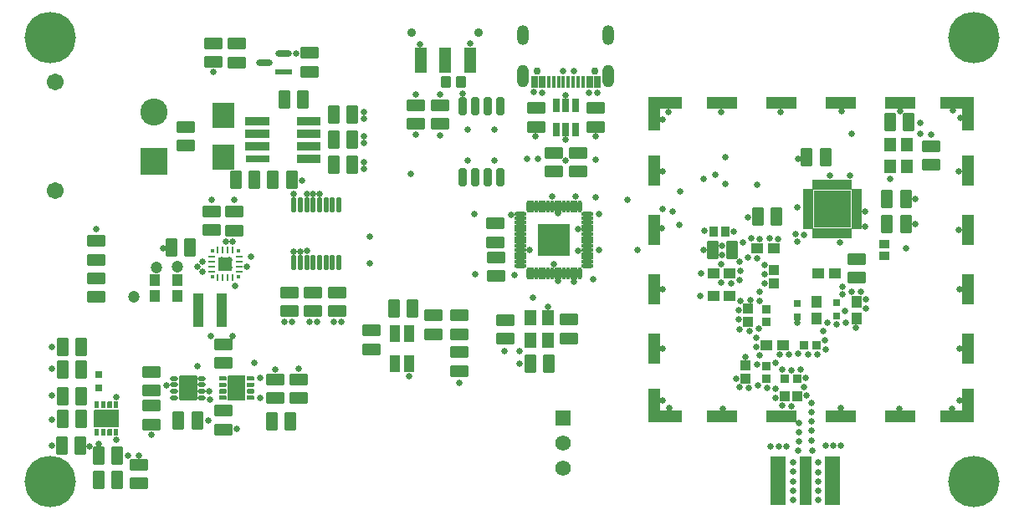
<source format=gts>
G04*
G04 #@! TF.GenerationSoftware,Altium Limited,Altium Designer,25.4.2 (15)*
G04*
G04 Layer_Color=8388736*
%FSLAX44Y44*%
%MOMM*%
G71*
G04*
G04 #@! TF.SameCoordinates,69983CE8-C732-48D4-ACAD-208037422C18*
G04*
G04*
G04 #@! TF.FilePolarity,Negative*
G04*
G01*
G75*
%ADD21R,1.6000X5.0000*%
%ADD22R,1.2000X5.0000*%
%ADD27R,1.0121X1.1587*%
%ADD28R,1.2061X1.0582*%
%ADD29R,0.7000X0.6500*%
%ADD30R,1.1587X1.0121*%
%ADD33R,0.8061X0.8582*%
%ADD36R,0.8582X0.8061*%
%ADD38R,1.4500X1.4500*%
%ADD39R,0.3750X0.3750*%
%ADD40R,0.2500X0.7000*%
%ADD41R,0.7000X0.2500*%
%ADD42R,1.1062X1.3051*%
G04:AMPARAMS|DCode=43|XSize=1.6587mm|YSize=0.6268mm|CornerRadius=0.3134mm|HoleSize=0mm|Usage=FLASHONLY|Rotation=180.000|XOffset=0mm|YOffset=0mm|HoleType=Round|Shape=RoundedRectangle|*
%AMROUNDEDRECTD43*
21,1,1.6587,0.0000,0,0,180.0*
21,1,1.0319,0.6268,0,0,180.0*
1,1,0.6268,-0.5159,0.0000*
1,1,0.6268,0.5159,0.0000*
1,1,0.6268,0.5159,0.0000*
1,1,0.6268,-0.5159,0.0000*
%
%ADD43ROUNDEDRECTD43*%
%ADD44R,1.6587X0.6268*%
%ADD45R,1.2000X1.4000*%
G04:AMPARAMS|DCode=51|XSize=1.5mm|YSize=0.45mm|CornerRadius=0.0495mm|HoleSize=0mm|Usage=FLASHONLY|Rotation=270.000|XOffset=0mm|YOffset=0mm|HoleType=Round|Shape=RoundedRectangle|*
%AMROUNDEDRECTD51*
21,1,1.5000,0.3510,0,0,270.0*
21,1,1.4010,0.4500,0,0,270.0*
1,1,0.0990,-0.1755,-0.7005*
1,1,0.0990,-0.1755,0.7005*
1,1,0.0990,0.1755,0.7005*
1,1,0.0990,0.1755,-0.7005*
%
%ADD51ROUNDEDRECTD51*%
%ADD55R,2.3000X2.5000*%
%ADD56R,0.9800X3.4000*%
%ADD65R,1.2000X2.5000*%
G04:AMPARAMS|DCode=67|XSize=1.8532mm|YSize=2.6032mm|CornerRadius=0.1511mm|HoleSize=0mm|Usage=FLASHONLY|Rotation=0.000|XOffset=0mm|YOffset=0mm|HoleType=Round|Shape=RoundedRectangle|*
%AMROUNDEDRECTD67*
21,1,1.8532,2.3010,0,0,0.0*
21,1,1.5510,2.6032,0,0,0.0*
1,1,0.3022,0.7755,-1.1505*
1,1,0.3022,-0.7755,-1.1505*
1,1,0.3022,-0.7755,1.1505*
1,1,0.3022,0.7755,1.1505*
%
%ADD67ROUNDEDRECTD67*%
G04:AMPARAMS|DCode=68|XSize=0.5032mm|YSize=0.8032mm|CornerRadius=0.1511mm|HoleSize=0mm|Usage=FLASHONLY|Rotation=90.000|XOffset=0mm|YOffset=0mm|HoleType=Round|Shape=RoundedRectangle|*
%AMROUNDEDRECTD68*
21,1,0.5032,0.5010,0,0,90.0*
21,1,0.2010,0.8032,0,0,90.0*
1,1,0.3022,0.2505,0.1005*
1,1,0.3022,0.2505,-0.1005*
1,1,0.3022,-0.2505,-0.1005*
1,1,0.3022,-0.2505,0.1005*
%
%ADD68ROUNDEDRECTD68*%
%ADD69R,1.2032X3.1032*%
%ADD70R,1.2032X3.5032*%
%ADD71R,3.5032X1.2032*%
%ADD72R,3.1032X1.2032*%
%ADD73R,0.5032X1.0532*%
G04:AMPARAMS|DCode=74|XSize=1.2032mm|YSize=1.9032mm|CornerRadius=0.2266mm|HoleSize=0mm|Usage=FLASHONLY|Rotation=0.000|XOffset=0mm|YOffset=0mm|HoleType=Round|Shape=RoundedRectangle|*
%AMROUNDEDRECTD74*
21,1,1.2032,1.4500,0,0,0.0*
21,1,0.7500,1.9032,0,0,0.0*
1,1,0.4532,0.3750,-0.7250*
1,1,0.4532,-0.3750,-0.7250*
1,1,0.4532,-0.3750,0.7250*
1,1,0.4532,0.3750,0.7250*
%
%ADD74ROUNDEDRECTD74*%
%ADD75R,1.0532X1.1032*%
%ADD76R,1.1032X1.0532*%
G04:AMPARAMS|DCode=77|XSize=1.2032mm|YSize=1.9032mm|CornerRadius=0.2266mm|HoleSize=0mm|Usage=FLASHONLY|Rotation=270.000|XOffset=0mm|YOffset=0mm|HoleType=Round|Shape=RoundedRectangle|*
%AMROUNDEDRECTD77*
21,1,1.2032,1.4500,0,0,270.0*
21,1,0.7500,1.9032,0,0,270.0*
1,1,0.4532,-0.7250,-0.3750*
1,1,0.4532,-0.7250,0.3750*
1,1,0.4532,0.7250,0.3750*
1,1,0.4532,0.7250,-0.3750*
%
%ADD77ROUNDEDRECTD77*%
G04:AMPARAMS|DCode=78|XSize=1.0032mm|YSize=1.2032mm|CornerRadius=0.2016mm|HoleSize=0mm|Usage=FLASHONLY|Rotation=180.000|XOffset=0mm|YOffset=0mm|HoleType=Round|Shape=RoundedRectangle|*
%AMROUNDEDRECTD78*
21,1,1.0032,0.8000,0,0,180.0*
21,1,0.6000,1.2032,0,0,180.0*
1,1,0.4032,-0.3000,0.4000*
1,1,0.4032,0.3000,0.4000*
1,1,0.4032,0.3000,-0.4000*
1,1,0.4032,-0.3000,-0.4000*
%
%ADD78ROUNDEDRECTD78*%
%ADD79R,1.0532X0.9532*%
%ADD80R,0.9532X1.0532*%
%ADD81R,1.0532X0.5032*%
%ADD82R,3.7532X3.7532*%
%ADD83R,2.4032X0.8032*%
G04:AMPARAMS|DCode=84|XSize=1.8132mm|YSize=0.7832mm|CornerRadius=0.1741mm|HoleSize=0mm|Usage=FLASHONLY|Rotation=90.000|XOffset=0mm|YOffset=0mm|HoleType=Round|Shape=RoundedRectangle|*
%AMROUNDEDRECTD84*
21,1,1.8132,0.4350,0,0,90.0*
21,1,1.4650,0.7832,0,0,90.0*
1,1,0.3482,0.2175,0.7325*
1,1,0.3482,0.2175,-0.7325*
1,1,0.3482,-0.2175,-0.7325*
1,1,0.3482,-0.2175,0.7325*
%
%ADD84ROUNDEDRECTD84*%
G04:AMPARAMS|DCode=85|XSize=0.4mm|YSize=1.25mm|CornerRadius=0.0875mm|HoleSize=0mm|Usage=FLASHONLY|Rotation=180.000|XOffset=0mm|YOffset=0mm|HoleType=Round|Shape=RoundedRectangle|*
%AMROUNDEDRECTD85*
21,1,0.4000,1.0750,0,0,180.0*
21,1,0.2250,1.2500,0,0,180.0*
1,1,0.1750,-0.1125,0.5375*
1,1,0.1750,0.1125,0.5375*
1,1,0.1750,0.1125,-0.5375*
1,1,0.1750,-0.1125,-0.5375*
%
%ADD85ROUNDEDRECTD85*%
G04:AMPARAMS|DCode=86|XSize=0.7mm|YSize=1.25mm|CornerRadius=0.125mm|HoleSize=0mm|Usage=FLASHONLY|Rotation=180.000|XOffset=0mm|YOffset=0mm|HoleType=Round|Shape=RoundedRectangle|*
%AMROUNDEDRECTD86*
21,1,0.7000,1.0000,0,0,180.0*
21,1,0.4500,1.2500,0,0,180.0*
1,1,0.2500,-0.2250,0.5000*
1,1,0.2500,0.2250,0.5000*
1,1,0.2500,0.2250,-0.5000*
1,1,0.2500,-0.2250,-0.5000*
%
%ADD86ROUNDEDRECTD86*%
%ADD87R,0.8032X1.4032*%
%ADD88R,1.1032X1.7032*%
%ADD89R,3.3032X3.3032*%
%ADD90O,1.2000X0.5000*%
%ADD91O,0.5000X1.2000*%
%ADD92R,1.2532X1.5032*%
%ADD93R,2.7532X2.7532*%
%ADD94C,2.7532*%
%ADD95C,1.7112*%
%ADD96C,1.5700*%
%ADD97R,1.5700X1.5700*%
%ADD98C,5.2032*%
%ADD99O,1.2032X2.3032*%
%ADD100C,0.7500*%
%ADD101O,1.2032X2.0032*%
%ADD102C,0.9000*%
%ADD103C,0.6532*%
%ADD104C,1.2032*%
%ADD105C,0.7032*%
%ADD106C,0.8032*%
G36*
X298700Y386250D02*
X274700D01*
Y394250D01*
X298700D01*
Y386250D01*
D02*
G37*
G36*
X246700D02*
X222700D01*
Y394250D01*
X246700D01*
Y386250D01*
D02*
G37*
G36*
X298700Y373750D02*
X274700D01*
Y381750D01*
X298700D01*
Y373750D01*
D02*
G37*
G36*
X246700D02*
X222700D01*
Y381750D01*
X246700D01*
Y373750D01*
D02*
G37*
G36*
X298700Y360750D02*
X274700D01*
Y368750D01*
X298700D01*
Y360750D01*
D02*
G37*
G36*
X246700D02*
X222700D01*
Y368750D01*
X246700D01*
Y360750D01*
D02*
G37*
G36*
X298700Y348250D02*
X274700D01*
Y356250D01*
X298700D01*
Y348250D01*
D02*
G37*
G36*
X230380Y131990D02*
X230440D01*
X230500Y131970D01*
X230560Y131960D01*
X230620Y131940D01*
X230680Y131920D01*
X230740Y131900D01*
X230790Y131870D01*
X230850Y131840D01*
X230900Y131810D01*
X230960Y131770D01*
X231010Y131730D01*
X231050Y131690D01*
X231100Y131650D01*
X231140Y131600D01*
X231180Y131560D01*
X231220Y131510D01*
X231260Y131450D01*
X231290Y131400D01*
X231320Y131340D01*
X231350Y131290D01*
X231370Y131230D01*
X231390Y131170D01*
X231410Y131110D01*
X231420Y131050D01*
X231440Y130990D01*
Y130930D01*
X231450Y130860D01*
Y130800D01*
Y128700D01*
Y128640D01*
X231440Y128570D01*
Y128510D01*
X231420Y128450D01*
X231410Y128390D01*
X231390Y128330D01*
X231370Y128270D01*
X231350Y128210D01*
X231320Y128160D01*
X231290Y128100D01*
X231260Y128050D01*
X231220Y127990D01*
X231180Y127940D01*
X231140Y127900D01*
X231100Y127850D01*
X231050Y127810D01*
X231010Y127770D01*
X230960Y127730D01*
X230900Y127690D01*
X230850Y127660D01*
X230790Y127630D01*
X230740Y127600D01*
X230680Y127580D01*
X230620Y127560D01*
X230560Y127540D01*
X230500Y127530D01*
X230440Y127510D01*
X230380D01*
X230310Y127500D01*
X225190D01*
X225120Y127510D01*
X225060D01*
X225000Y127530D01*
X224940Y127540D01*
X224880Y127560D01*
X224820Y127580D01*
X224760Y127600D01*
X224710Y127630D01*
X224650Y127660D01*
X224600Y127690D01*
X224540Y127730D01*
X224490Y127770D01*
X224450Y127810D01*
X224400Y127850D01*
X224360Y127900D01*
X224320Y127940D01*
X224280Y127990D01*
X224240Y128050D01*
X224210Y128100D01*
X224180Y128160D01*
X224150Y128210D01*
X224130Y128270D01*
X224110Y128330D01*
X224090Y128390D01*
X224080Y128450D01*
X224060Y128510D01*
Y128570D01*
X224050Y128640D01*
Y128700D01*
Y130800D01*
Y130860D01*
X224060Y130930D01*
Y130990D01*
X224080Y131050D01*
X224090Y131110D01*
X224110Y131170D01*
X224130Y131230D01*
X224150Y131290D01*
X224180Y131340D01*
X224210Y131400D01*
X224240Y131450D01*
X224280Y131510D01*
X224320Y131560D01*
X224360Y131600D01*
X224400Y131650D01*
X224450Y131690D01*
X224490Y131730D01*
X224540Y131770D01*
X224600Y131810D01*
X224650Y131840D01*
X224710Y131870D01*
X224760Y131900D01*
X224820Y131920D01*
X224880Y131940D01*
X224940Y131960D01*
X225000Y131970D01*
X225060Y131990D01*
X225120D01*
X225190Y132000D01*
X230310D01*
X230380Y131990D01*
D02*
G37*
G36*
X202380D02*
X202440D01*
X202500Y131970D01*
X202560Y131960D01*
X202620Y131940D01*
X202680Y131920D01*
X202740Y131900D01*
X202790Y131870D01*
X202850Y131840D01*
X202900Y131810D01*
X202960Y131770D01*
X203010Y131730D01*
X203050Y131690D01*
X203100Y131650D01*
X203140Y131600D01*
X203180Y131560D01*
X203220Y131510D01*
X203260Y131450D01*
X203290Y131400D01*
X203320Y131340D01*
X203350Y131290D01*
X203370Y131230D01*
X203390Y131170D01*
X203410Y131110D01*
X203420Y131050D01*
X203440Y130990D01*
Y130930D01*
X203450Y130860D01*
Y130800D01*
Y128700D01*
Y128640D01*
X203440Y128570D01*
Y128510D01*
X203420Y128450D01*
X203410Y128390D01*
X203390Y128330D01*
X203370Y128270D01*
X203350Y128210D01*
X203320Y128160D01*
X203290Y128100D01*
X203260Y128050D01*
X203220Y127990D01*
X203180Y127940D01*
X203140Y127900D01*
X203100Y127850D01*
X203050Y127810D01*
X203010Y127770D01*
X202960Y127730D01*
X202900Y127690D01*
X202850Y127660D01*
X202790Y127630D01*
X202740Y127600D01*
X202680Y127580D01*
X202620Y127560D01*
X202560Y127540D01*
X202500Y127530D01*
X202440Y127510D01*
X202380D01*
X202310Y127500D01*
X197190D01*
X197120Y127510D01*
X197060D01*
X197000Y127530D01*
X196940Y127540D01*
X196880Y127560D01*
X196820Y127580D01*
X196760Y127600D01*
X196710Y127630D01*
X196650Y127660D01*
X196600Y127690D01*
X196540Y127730D01*
X196490Y127770D01*
X196450Y127810D01*
X196400Y127850D01*
X196360Y127900D01*
X196320Y127940D01*
X196280Y127990D01*
X196240Y128050D01*
X196210Y128100D01*
X196180Y128160D01*
X196150Y128210D01*
X196130Y128270D01*
X196110Y128330D01*
X196090Y128390D01*
X196080Y128450D01*
X196060Y128510D01*
Y128570D01*
X196050Y128640D01*
Y128700D01*
Y130800D01*
Y130860D01*
X196060Y130930D01*
Y130990D01*
X196080Y131050D01*
X196090Y131110D01*
X196110Y131170D01*
X196130Y131230D01*
X196150Y131290D01*
X196180Y131340D01*
X196210Y131400D01*
X196240Y131450D01*
X196280Y131510D01*
X196320Y131560D01*
X196360Y131600D01*
X196400Y131650D01*
X196450Y131690D01*
X196490Y131730D01*
X196540Y131770D01*
X196600Y131810D01*
X196650Y131840D01*
X196710Y131870D01*
X196760Y131900D01*
X196820Y131920D01*
X196880Y131940D01*
X196940Y131960D01*
X197000Y131970D01*
X197060Y131990D01*
X197120D01*
X197190Y132000D01*
X202310D01*
X202380Y131990D01*
D02*
G37*
G36*
X230380Y125490D02*
X230440D01*
X230500Y125470D01*
X230560Y125460D01*
X230620Y125440D01*
X230680Y125420D01*
X230740Y125400D01*
X230790Y125370D01*
X230850Y125340D01*
X230900Y125310D01*
X230960Y125270D01*
X231010Y125230D01*
X231050Y125190D01*
X231100Y125150D01*
X231140Y125100D01*
X231180Y125060D01*
X231220Y125010D01*
X231260Y124950D01*
X231290Y124900D01*
X231320Y124840D01*
X231350Y124790D01*
X231370Y124730D01*
X231390Y124670D01*
X231410Y124610D01*
X231420Y124550D01*
X231440Y124490D01*
Y124430D01*
X231450Y124360D01*
Y124300D01*
Y122200D01*
Y122140D01*
X231440Y122070D01*
Y122010D01*
X231420Y121950D01*
X231410Y121890D01*
X231390Y121830D01*
X231370Y121770D01*
X231350Y121710D01*
X231320Y121660D01*
X231290Y121600D01*
X231260Y121550D01*
X231220Y121490D01*
X231180Y121440D01*
X231140Y121400D01*
X231100Y121350D01*
X231050Y121310D01*
X231010Y121270D01*
X230960Y121230D01*
X230900Y121190D01*
X230850Y121160D01*
X230790Y121130D01*
X230740Y121100D01*
X230680Y121080D01*
X230620Y121060D01*
X230560Y121040D01*
X230500Y121030D01*
X230440Y121010D01*
X230380D01*
X230310Y121000D01*
X225190D01*
X225120Y121010D01*
X225060D01*
X225000Y121030D01*
X224940Y121040D01*
X224880Y121060D01*
X224820Y121080D01*
X224760Y121100D01*
X224710Y121130D01*
X224650Y121160D01*
X224600Y121190D01*
X224540Y121230D01*
X224490Y121270D01*
X224450Y121310D01*
X224400Y121350D01*
X224360Y121400D01*
X224320Y121440D01*
X224280Y121490D01*
X224240Y121550D01*
X224210Y121600D01*
X224180Y121660D01*
X224150Y121710D01*
X224130Y121770D01*
X224110Y121830D01*
X224090Y121890D01*
X224080Y121950D01*
X224060Y122010D01*
Y122070D01*
X224050Y122140D01*
Y122200D01*
Y124300D01*
Y124360D01*
X224060Y124430D01*
Y124490D01*
X224080Y124550D01*
X224090Y124610D01*
X224110Y124670D01*
X224130Y124730D01*
X224150Y124790D01*
X224180Y124840D01*
X224210Y124900D01*
X224240Y124950D01*
X224280Y125010D01*
X224320Y125060D01*
X224360Y125100D01*
X224400Y125150D01*
X224450Y125190D01*
X224490Y125230D01*
X224540Y125270D01*
X224600Y125310D01*
X224650Y125340D01*
X224710Y125370D01*
X224760Y125400D01*
X224820Y125420D01*
X224880Y125440D01*
X224940Y125460D01*
X225000Y125470D01*
X225060Y125490D01*
X225120D01*
X225190Y125500D01*
X230310D01*
X230380Y125490D01*
D02*
G37*
G36*
X202380D02*
X202440D01*
X202500Y125470D01*
X202560Y125460D01*
X202620Y125440D01*
X202680Y125420D01*
X202740Y125400D01*
X202790Y125370D01*
X202850Y125340D01*
X202900Y125310D01*
X202960Y125270D01*
X203010Y125230D01*
X203050Y125190D01*
X203100Y125150D01*
X203140Y125100D01*
X203180Y125060D01*
X203220Y125010D01*
X203260Y124950D01*
X203290Y124900D01*
X203320Y124840D01*
X203350Y124790D01*
X203370Y124730D01*
X203390Y124670D01*
X203410Y124610D01*
X203420Y124550D01*
X203440Y124490D01*
Y124430D01*
X203450Y124360D01*
Y124300D01*
Y122200D01*
Y122140D01*
X203440Y122070D01*
Y122010D01*
X203420Y121950D01*
X203410Y121890D01*
X203390Y121830D01*
X203370Y121770D01*
X203350Y121710D01*
X203320Y121660D01*
X203290Y121600D01*
X203260Y121550D01*
X203220Y121490D01*
X203180Y121440D01*
X203140Y121400D01*
X203100Y121350D01*
X203050Y121310D01*
X203010Y121270D01*
X202960Y121230D01*
X202900Y121190D01*
X202850Y121160D01*
X202790Y121130D01*
X202740Y121100D01*
X202680Y121080D01*
X202620Y121060D01*
X202560Y121040D01*
X202500Y121030D01*
X202440Y121010D01*
X202380D01*
X202310Y121000D01*
X197190D01*
X197120Y121010D01*
X197060D01*
X197000Y121030D01*
X196940Y121040D01*
X196880Y121060D01*
X196820Y121080D01*
X196760Y121100D01*
X196710Y121130D01*
X196650Y121160D01*
X196600Y121190D01*
X196540Y121230D01*
X196490Y121270D01*
X196450Y121310D01*
X196400Y121350D01*
X196360Y121400D01*
X196320Y121440D01*
X196280Y121490D01*
X196240Y121550D01*
X196210Y121600D01*
X196180Y121660D01*
X196150Y121710D01*
X196130Y121770D01*
X196110Y121830D01*
X196090Y121890D01*
X196080Y121950D01*
X196060Y122010D01*
Y122070D01*
X196050Y122140D01*
Y122200D01*
Y124300D01*
Y124360D01*
X196060Y124430D01*
Y124490D01*
X196080Y124550D01*
X196090Y124610D01*
X196110Y124670D01*
X196130Y124730D01*
X196150Y124790D01*
X196180Y124840D01*
X196210Y124900D01*
X196240Y124950D01*
X196280Y125010D01*
X196320Y125060D01*
X196360Y125100D01*
X196400Y125150D01*
X196450Y125190D01*
X196490Y125230D01*
X196540Y125270D01*
X196600Y125310D01*
X196650Y125340D01*
X196710Y125370D01*
X196760Y125400D01*
X196820Y125420D01*
X196880Y125440D01*
X196940Y125460D01*
X197000Y125470D01*
X197060Y125490D01*
X197120D01*
X197190Y125500D01*
X202310D01*
X202380Y125490D01*
D02*
G37*
G36*
X230380Y118990D02*
X230440D01*
X230500Y118970D01*
X230560Y118960D01*
X230620Y118940D01*
X230680Y118920D01*
X230740Y118900D01*
X230790Y118870D01*
X230850Y118840D01*
X230900Y118810D01*
X230960Y118770D01*
X231010Y118730D01*
X231050Y118690D01*
X231100Y118650D01*
X231140Y118600D01*
X231180Y118560D01*
X231220Y118510D01*
X231260Y118450D01*
X231290Y118400D01*
X231320Y118340D01*
X231350Y118290D01*
X231370Y118230D01*
X231390Y118170D01*
X231410Y118110D01*
X231420Y118050D01*
X231440Y117990D01*
Y117930D01*
X231450Y117860D01*
Y117800D01*
Y115700D01*
Y115640D01*
X231440Y115570D01*
Y115510D01*
X231420Y115450D01*
X231410Y115390D01*
X231390Y115330D01*
X231370Y115270D01*
X231350Y115210D01*
X231320Y115160D01*
X231290Y115100D01*
X231260Y115050D01*
X231220Y114990D01*
X231180Y114940D01*
X231140Y114900D01*
X231100Y114850D01*
X231050Y114810D01*
X231010Y114770D01*
X230960Y114730D01*
X230900Y114690D01*
X230850Y114660D01*
X230790Y114630D01*
X230740Y114600D01*
X230680Y114580D01*
X230620Y114560D01*
X230560Y114540D01*
X230500Y114530D01*
X230440Y114510D01*
X230380D01*
X230310Y114500D01*
X225190D01*
X225120Y114510D01*
X225060D01*
X225000Y114530D01*
X224940Y114540D01*
X224880Y114560D01*
X224820Y114580D01*
X224760Y114600D01*
X224710Y114630D01*
X224650Y114660D01*
X224600Y114690D01*
X224540Y114730D01*
X224490Y114770D01*
X224450Y114810D01*
X224400Y114850D01*
X224360Y114900D01*
X224320Y114940D01*
X224280Y114990D01*
X224240Y115050D01*
X224210Y115100D01*
X224180Y115160D01*
X224150Y115210D01*
X224130Y115270D01*
X224110Y115330D01*
X224090Y115390D01*
X224080Y115450D01*
X224060Y115510D01*
Y115570D01*
X224050Y115640D01*
Y115700D01*
Y117800D01*
Y117860D01*
X224060Y117930D01*
Y117990D01*
X224080Y118050D01*
X224090Y118110D01*
X224110Y118170D01*
X224130Y118230D01*
X224150Y118290D01*
X224180Y118340D01*
X224210Y118400D01*
X224240Y118450D01*
X224280Y118510D01*
X224320Y118560D01*
X224360Y118600D01*
X224400Y118650D01*
X224450Y118690D01*
X224490Y118730D01*
X224540Y118770D01*
X224600Y118810D01*
X224650Y118840D01*
X224710Y118870D01*
X224760Y118900D01*
X224820Y118920D01*
X224880Y118940D01*
X224940Y118960D01*
X225000Y118970D01*
X225060Y118990D01*
X225120D01*
X225190Y119000D01*
X230310D01*
X230380Y118990D01*
D02*
G37*
G36*
X202380D02*
X202440D01*
X202500Y118970D01*
X202560Y118960D01*
X202620Y118940D01*
X202680Y118920D01*
X202740Y118900D01*
X202790Y118870D01*
X202850Y118840D01*
X202900Y118810D01*
X202960Y118770D01*
X203010Y118730D01*
X203050Y118690D01*
X203100Y118650D01*
X203140Y118600D01*
X203180Y118560D01*
X203220Y118510D01*
X203260Y118450D01*
X203290Y118400D01*
X203320Y118340D01*
X203350Y118290D01*
X203370Y118230D01*
X203390Y118170D01*
X203410Y118110D01*
X203420Y118050D01*
X203440Y117990D01*
Y117930D01*
X203450Y117860D01*
Y117800D01*
Y115700D01*
Y115640D01*
X203440Y115570D01*
Y115510D01*
X203420Y115450D01*
X203410Y115390D01*
X203390Y115330D01*
X203370Y115270D01*
X203350Y115210D01*
X203320Y115160D01*
X203290Y115100D01*
X203260Y115050D01*
X203220Y114990D01*
X203180Y114940D01*
X203140Y114900D01*
X203100Y114850D01*
X203050Y114810D01*
X203010Y114770D01*
X202960Y114730D01*
X202900Y114690D01*
X202850Y114660D01*
X202790Y114630D01*
X202740Y114600D01*
X202680Y114580D01*
X202620Y114560D01*
X202560Y114540D01*
X202500Y114530D01*
X202440Y114510D01*
X202380D01*
X202310Y114500D01*
X197190D01*
X197120Y114510D01*
X197060D01*
X197000Y114530D01*
X196940Y114540D01*
X196880Y114560D01*
X196820Y114580D01*
X196760Y114600D01*
X196710Y114630D01*
X196650Y114660D01*
X196600Y114690D01*
X196540Y114730D01*
X196490Y114770D01*
X196450Y114810D01*
X196400Y114850D01*
X196360Y114900D01*
X196320Y114940D01*
X196280Y114990D01*
X196240Y115050D01*
X196210Y115100D01*
X196180Y115160D01*
X196150Y115210D01*
X196130Y115270D01*
X196110Y115330D01*
X196090Y115390D01*
X196080Y115450D01*
X196060Y115510D01*
Y115570D01*
X196050Y115640D01*
Y115700D01*
Y117800D01*
Y117860D01*
X196060Y117930D01*
Y117990D01*
X196080Y118050D01*
X196090Y118110D01*
X196110Y118170D01*
X196130Y118230D01*
X196150Y118290D01*
X196180Y118340D01*
X196210Y118400D01*
X196240Y118450D01*
X196280Y118510D01*
X196320Y118560D01*
X196360Y118600D01*
X196400Y118650D01*
X196450Y118690D01*
X196490Y118730D01*
X196540Y118770D01*
X196600Y118810D01*
X196650Y118840D01*
X196710Y118870D01*
X196760Y118900D01*
X196820Y118920D01*
X196880Y118940D01*
X196940Y118960D01*
X197000Y118970D01*
X197060Y118990D01*
X197120D01*
X197190Y119000D01*
X202310D01*
X202380Y118990D01*
D02*
G37*
G36*
X230380Y112490D02*
X230440D01*
X230500Y112470D01*
X230560Y112460D01*
X230620Y112440D01*
X230680Y112420D01*
X230740Y112400D01*
X230790Y112370D01*
X230850Y112340D01*
X230900Y112310D01*
X230960Y112270D01*
X231010Y112230D01*
X231050Y112190D01*
X231100Y112150D01*
X231140Y112100D01*
X231180Y112060D01*
X231220Y112010D01*
X231260Y111950D01*
X231290Y111900D01*
X231320Y111840D01*
X231350Y111790D01*
X231370Y111730D01*
X231390Y111670D01*
X231410Y111610D01*
X231420Y111550D01*
X231440Y111490D01*
Y111430D01*
X231450Y111360D01*
Y111300D01*
Y109200D01*
Y109140D01*
X231440Y109070D01*
Y109010D01*
X231420Y108950D01*
X231410Y108890D01*
X231390Y108830D01*
X231370Y108770D01*
X231350Y108710D01*
X231320Y108660D01*
X231290Y108600D01*
X231260Y108550D01*
X231220Y108490D01*
X231180Y108440D01*
X231140Y108400D01*
X231100Y108350D01*
X231050Y108310D01*
X231010Y108270D01*
X230960Y108230D01*
X230900Y108190D01*
X230850Y108160D01*
X230790Y108130D01*
X230740Y108100D01*
X230680Y108080D01*
X230620Y108060D01*
X230560Y108040D01*
X230500Y108030D01*
X230440Y108010D01*
X230380D01*
X230310Y108000D01*
X225190D01*
X225120Y108010D01*
X225060D01*
X225000Y108030D01*
X224940Y108040D01*
X224880Y108060D01*
X224820Y108080D01*
X224760Y108100D01*
X224710Y108130D01*
X224650Y108160D01*
X224600Y108190D01*
X224540Y108230D01*
X224490Y108270D01*
X224450Y108310D01*
X224400Y108350D01*
X224360Y108400D01*
X224320Y108440D01*
X224280Y108490D01*
X224240Y108550D01*
X224210Y108600D01*
X224180Y108660D01*
X224150Y108710D01*
X224130Y108770D01*
X224110Y108830D01*
X224090Y108890D01*
X224080Y108950D01*
X224060Y109010D01*
Y109070D01*
X224050Y109140D01*
Y109200D01*
Y111300D01*
Y111360D01*
X224060Y111430D01*
Y111490D01*
X224080Y111550D01*
X224090Y111610D01*
X224110Y111670D01*
X224130Y111730D01*
X224150Y111790D01*
X224180Y111840D01*
X224210Y111900D01*
X224240Y111950D01*
X224280Y112010D01*
X224320Y112060D01*
X224360Y112100D01*
X224400Y112150D01*
X224450Y112190D01*
X224490Y112230D01*
X224540Y112270D01*
X224600Y112310D01*
X224650Y112340D01*
X224710Y112370D01*
X224760Y112400D01*
X224820Y112420D01*
X224880Y112440D01*
X224940Y112460D01*
X225000Y112470D01*
X225060Y112490D01*
X225120D01*
X225190Y112500D01*
X230310D01*
X230380Y112490D01*
D02*
G37*
G36*
X202380D02*
X202440D01*
X202500Y112470D01*
X202560Y112460D01*
X202620Y112440D01*
X202680Y112420D01*
X202740Y112400D01*
X202790Y112370D01*
X202850Y112340D01*
X202900Y112310D01*
X202960Y112270D01*
X203010Y112230D01*
X203050Y112190D01*
X203100Y112150D01*
X203140Y112100D01*
X203180Y112060D01*
X203220Y112010D01*
X203260Y111950D01*
X203290Y111900D01*
X203320Y111840D01*
X203350Y111790D01*
X203370Y111730D01*
X203390Y111670D01*
X203410Y111610D01*
X203420Y111550D01*
X203440Y111490D01*
Y111430D01*
X203450Y111360D01*
Y111300D01*
Y109200D01*
Y109140D01*
X203440Y109070D01*
Y109010D01*
X203420Y108950D01*
X203410Y108890D01*
X203390Y108830D01*
X203370Y108770D01*
X203350Y108710D01*
X203320Y108660D01*
X203290Y108600D01*
X203260Y108550D01*
X203220Y108490D01*
X203180Y108440D01*
X203140Y108400D01*
X203100Y108350D01*
X203050Y108310D01*
X203010Y108270D01*
X202960Y108230D01*
X202900Y108190D01*
X202850Y108160D01*
X202790Y108130D01*
X202740Y108100D01*
X202680Y108080D01*
X202620Y108060D01*
X202560Y108040D01*
X202500Y108030D01*
X202440Y108010D01*
X202380D01*
X202310Y108000D01*
X197190D01*
X197120Y108010D01*
X197060D01*
X197000Y108030D01*
X196940Y108040D01*
X196880Y108060D01*
X196820Y108080D01*
X196760Y108100D01*
X196710Y108130D01*
X196650Y108160D01*
X196600Y108190D01*
X196540Y108230D01*
X196490Y108270D01*
X196450Y108310D01*
X196400Y108350D01*
X196360Y108400D01*
X196320Y108440D01*
X196280Y108490D01*
X196240Y108550D01*
X196210Y108600D01*
X196180Y108660D01*
X196150Y108710D01*
X196130Y108770D01*
X196110Y108830D01*
X196090Y108890D01*
X196080Y108950D01*
X196060Y109010D01*
Y109070D01*
X196050Y109140D01*
Y109200D01*
Y111300D01*
Y111360D01*
X196060Y111430D01*
Y111490D01*
X196080Y111550D01*
X196090Y111610D01*
X196110Y111670D01*
X196130Y111730D01*
X196150Y111790D01*
X196180Y111840D01*
X196210Y111900D01*
X196240Y111950D01*
X196280Y112010D01*
X196320Y112060D01*
X196360Y112100D01*
X196400Y112150D01*
X196450Y112190D01*
X196490Y112230D01*
X196540Y112270D01*
X196600Y112310D01*
X196650Y112340D01*
X196710Y112370D01*
X196760Y112400D01*
X196820Y112420D01*
X196880Y112440D01*
X196940Y112460D01*
X197000Y112470D01*
X197060Y112490D01*
X197120D01*
X197190Y112500D01*
X202310D01*
X202380Y112490D01*
D02*
G37*
G36*
X221630Y132690D02*
X221690D01*
X221750Y132670D01*
X221810Y132660D01*
X221870Y132640D01*
X221930Y132620D01*
X221990Y132600D01*
X222040Y132570D01*
X222100Y132540D01*
X222150Y132510D01*
X222210Y132470D01*
X222260Y132430D01*
X222300Y132390D01*
X222350Y132350D01*
X222390Y132300D01*
X222430Y132260D01*
X222470Y132210D01*
X222510Y132150D01*
X222540Y132100D01*
X222570Y132040D01*
X222600Y131990D01*
X222620Y131930D01*
X222640Y131870D01*
X222660Y131810D01*
X222670Y131750D01*
X222690Y131690D01*
Y131630D01*
X222700Y131560D01*
Y131500D01*
Y108500D01*
Y108440D01*
X222690Y108370D01*
Y108310D01*
X222670Y108250D01*
X222660Y108190D01*
X222640Y108130D01*
X222620Y108070D01*
X222600Y108010D01*
X222570Y107960D01*
X222540Y107900D01*
X222510Y107850D01*
X222470Y107790D01*
X222430Y107740D01*
X222390Y107700D01*
X222350Y107650D01*
X222300Y107610D01*
X222260Y107570D01*
X222210Y107530D01*
X222150Y107490D01*
X222100Y107460D01*
X222040Y107430D01*
X221990Y107400D01*
X221930Y107380D01*
X221870Y107360D01*
X221810Y107340D01*
X221750Y107330D01*
X221690Y107310D01*
X221630D01*
X221560Y107300D01*
X205940D01*
X205870Y107310D01*
X205810D01*
X205750Y107330D01*
X205690Y107340D01*
X205630Y107360D01*
X205570Y107380D01*
X205510Y107400D01*
X205460Y107430D01*
X205400Y107460D01*
X205350Y107490D01*
X205290Y107530D01*
X205240Y107570D01*
X205200Y107610D01*
X205150Y107650D01*
X205110Y107700D01*
X205070Y107740D01*
X205030Y107790D01*
X204990Y107850D01*
X204960Y107900D01*
X204930Y107960D01*
X204900Y108010D01*
X204880Y108070D01*
X204860Y108130D01*
X204840Y108190D01*
X204830Y108250D01*
X204810Y108310D01*
Y108370D01*
X204800Y108440D01*
Y108500D01*
Y131500D01*
Y131560D01*
X204810Y131630D01*
Y131690D01*
X204830Y131750D01*
X204840Y131810D01*
X204860Y131870D01*
X204880Y131930D01*
X204900Y131990D01*
X204930Y132040D01*
X204960Y132100D01*
X204990Y132150D01*
X205030Y132210D01*
X205070Y132260D01*
X205110Y132300D01*
X205150Y132350D01*
X205200Y132390D01*
X205240Y132430D01*
X205290Y132470D01*
X205350Y132510D01*
X205400Y132540D01*
X205460Y132570D01*
X205510Y132600D01*
X205570Y132620D01*
X205630Y132640D01*
X205690Y132660D01*
X205750Y132670D01*
X205810Y132690D01*
X205870D01*
X205940Y132700D01*
X221560D01*
X221630Y132690D01*
D02*
G37*
G36*
X92930Y106940D02*
X92990D01*
X93050Y106920D01*
X93110Y106910D01*
X93170Y106890D01*
X93230Y106870D01*
X93290Y106850D01*
X93340Y106820D01*
X93400Y106790D01*
X93450Y106760D01*
X93510Y106720D01*
X93560Y106680D01*
X93600Y106640D01*
X93650Y106600D01*
X93690Y106550D01*
X93730Y106510D01*
X93770Y106460D01*
X93810Y106400D01*
X93840Y106350D01*
X93870Y106290D01*
X93900Y106240D01*
X93920Y106180D01*
X93940Y106120D01*
X93960Y106060D01*
X93970Y106000D01*
X93990Y105940D01*
Y105880D01*
X94000Y105810D01*
Y100690D01*
X93990Y100620D01*
Y100560D01*
X93970Y100500D01*
X93960Y100440D01*
X93940Y100380D01*
X93920Y100320D01*
X93900Y100260D01*
X93870Y100210D01*
X93840Y100150D01*
X93810Y100100D01*
X93770Y100040D01*
X93730Y99990D01*
X93690Y99950D01*
X93650Y99900D01*
X93600Y99860D01*
X93560Y99820D01*
X93510Y99780D01*
X93450Y99740D01*
X93400Y99710D01*
X93340Y99680D01*
X93290Y99650D01*
X93230Y99630D01*
X93170Y99610D01*
X93110Y99590D01*
X93050Y99580D01*
X92990Y99560D01*
X92930D01*
X92860Y99550D01*
X90640D01*
X90570Y99560D01*
X90510D01*
X90450Y99580D01*
X90390Y99590D01*
X90330Y99610D01*
X90270Y99630D01*
X90210Y99650D01*
X90160Y99680D01*
X90100Y99710D01*
X90050Y99740D01*
X89990Y99780D01*
X89940Y99820D01*
X89900Y99860D01*
X89850Y99900D01*
X89810Y99950D01*
X89770Y99990D01*
X89730Y100040D01*
X89690Y100100D01*
X89660Y100150D01*
X89630Y100210D01*
X89600Y100260D01*
X89580Y100320D01*
X89560Y100380D01*
X89540Y100440D01*
X89530Y100500D01*
X89510Y100560D01*
Y100620D01*
X89500Y100690D01*
Y105810D01*
X89510Y105880D01*
Y105940D01*
X89530Y106000D01*
X89540Y106060D01*
X89560Y106120D01*
X89580Y106180D01*
X89600Y106240D01*
X89630Y106290D01*
X89660Y106350D01*
X89690Y106400D01*
X89730Y106460D01*
X89770Y106510D01*
X89810Y106550D01*
X89850Y106600D01*
X89900Y106640D01*
X89940Y106680D01*
X89990Y106720D01*
X90050Y106760D01*
X90100Y106790D01*
X90160Y106820D01*
X90210Y106850D01*
X90270Y106870D01*
X90330Y106890D01*
X90390Y106910D01*
X90450Y106920D01*
X90510Y106940D01*
X90570D01*
X90640Y106950D01*
X92860D01*
X92930Y106940D01*
D02*
G37*
G36*
X86430D02*
X86490D01*
X86550Y106920D01*
X86610Y106910D01*
X86670Y106890D01*
X86730Y106870D01*
X86790Y106850D01*
X86840Y106820D01*
X86900Y106790D01*
X86950Y106760D01*
X87010Y106720D01*
X87060Y106680D01*
X87100Y106640D01*
X87150Y106600D01*
X87190Y106550D01*
X87230Y106510D01*
X87270Y106460D01*
X87310Y106400D01*
X87340Y106350D01*
X87370Y106290D01*
X87400Y106240D01*
X87420Y106180D01*
X87440Y106120D01*
X87460Y106060D01*
X87470Y106000D01*
X87490Y105940D01*
Y105880D01*
X87500Y105810D01*
Y100690D01*
X87490Y100620D01*
Y100560D01*
X87470Y100500D01*
X87460Y100440D01*
X87440Y100380D01*
X87420Y100320D01*
X87400Y100260D01*
X87370Y100210D01*
X87340Y100150D01*
X87310Y100100D01*
X87270Y100040D01*
X87230Y99990D01*
X87190Y99950D01*
X87150Y99900D01*
X87100Y99860D01*
X87060Y99820D01*
X87010Y99780D01*
X86950Y99740D01*
X86900Y99710D01*
X86840Y99680D01*
X86790Y99650D01*
X86730Y99630D01*
X86670Y99610D01*
X86610Y99590D01*
X86550Y99580D01*
X86490Y99560D01*
X86430D01*
X86360Y99550D01*
X84140D01*
X84070Y99560D01*
X84010D01*
X83950Y99580D01*
X83890Y99590D01*
X83830Y99610D01*
X83770Y99630D01*
X83710Y99650D01*
X83660Y99680D01*
X83600Y99710D01*
X83550Y99740D01*
X83490Y99780D01*
X83440Y99820D01*
X83400Y99860D01*
X83350Y99900D01*
X83310Y99950D01*
X83270Y99990D01*
X83230Y100040D01*
X83190Y100100D01*
X83160Y100150D01*
X83130Y100210D01*
X83100Y100260D01*
X83080Y100320D01*
X83060Y100380D01*
X83040Y100440D01*
X83030Y100500D01*
X83010Y100560D01*
Y100620D01*
X83000Y100690D01*
Y105810D01*
X83010Y105880D01*
Y105940D01*
X83030Y106000D01*
X83040Y106060D01*
X83060Y106120D01*
X83080Y106180D01*
X83100Y106240D01*
X83130Y106290D01*
X83160Y106350D01*
X83190Y106400D01*
X83230Y106460D01*
X83270Y106510D01*
X83310Y106550D01*
X83350Y106600D01*
X83400Y106640D01*
X83440Y106680D01*
X83490Y106720D01*
X83550Y106760D01*
X83600Y106790D01*
X83660Y106820D01*
X83710Y106850D01*
X83770Y106870D01*
X83830Y106890D01*
X83890Y106910D01*
X83950Y106920D01*
X84010Y106940D01*
X84070D01*
X84140Y106950D01*
X86360D01*
X86430Y106940D01*
D02*
G37*
G36*
X79930D02*
X79990D01*
X80050Y106920D01*
X80110Y106910D01*
X80170Y106890D01*
X80230Y106870D01*
X80290Y106850D01*
X80340Y106820D01*
X80400Y106790D01*
X80450Y106760D01*
X80510Y106720D01*
X80560Y106680D01*
X80600Y106640D01*
X80650Y106600D01*
X80690Y106550D01*
X80730Y106510D01*
X80770Y106460D01*
X80810Y106400D01*
X80840Y106350D01*
X80870Y106290D01*
X80900Y106240D01*
X80920Y106180D01*
X80940Y106120D01*
X80960Y106060D01*
X80970Y106000D01*
X80990Y105940D01*
Y105880D01*
X81000Y105810D01*
Y100690D01*
X80990Y100620D01*
Y100560D01*
X80970Y100500D01*
X80960Y100440D01*
X80940Y100380D01*
X80920Y100320D01*
X80900Y100260D01*
X80870Y100210D01*
X80840Y100150D01*
X80810Y100100D01*
X80770Y100040D01*
X80730Y99990D01*
X80690Y99950D01*
X80650Y99900D01*
X80600Y99860D01*
X80560Y99820D01*
X80510Y99780D01*
X80450Y99740D01*
X80400Y99710D01*
X80340Y99680D01*
X80290Y99650D01*
X80230Y99630D01*
X80170Y99610D01*
X80110Y99590D01*
X80050Y99580D01*
X79990Y99560D01*
X79930D01*
X79860Y99550D01*
X77640D01*
X77570Y99560D01*
X77510D01*
X77450Y99580D01*
X77390Y99590D01*
X77330Y99610D01*
X77270Y99630D01*
X77210Y99650D01*
X77160Y99680D01*
X77100Y99710D01*
X77050Y99740D01*
X76990Y99780D01*
X76940Y99820D01*
X76900Y99860D01*
X76850Y99900D01*
X76810Y99950D01*
X76770Y99990D01*
X76730Y100040D01*
X76690Y100100D01*
X76660Y100150D01*
X76630Y100210D01*
X76600Y100260D01*
X76580Y100320D01*
X76560Y100380D01*
X76540Y100440D01*
X76530Y100500D01*
X76510Y100560D01*
Y100620D01*
X76500Y100690D01*
Y105810D01*
X76510Y105880D01*
Y105940D01*
X76530Y106000D01*
X76540Y106060D01*
X76560Y106120D01*
X76580Y106180D01*
X76600Y106240D01*
X76630Y106290D01*
X76660Y106350D01*
X76690Y106400D01*
X76730Y106460D01*
X76770Y106510D01*
X76810Y106550D01*
X76850Y106600D01*
X76900Y106640D01*
X76940Y106680D01*
X76990Y106720D01*
X77050Y106760D01*
X77100Y106790D01*
X77160Y106820D01*
X77210Y106850D01*
X77270Y106870D01*
X77330Y106890D01*
X77390Y106910D01*
X77450Y106920D01*
X77510Y106940D01*
X77570D01*
X77640Y106950D01*
X79860D01*
X79930Y106940D01*
D02*
G37*
G36*
X73430D02*
X73490D01*
X73550Y106920D01*
X73610Y106910D01*
X73670Y106890D01*
X73730Y106870D01*
X73790Y106850D01*
X73840Y106820D01*
X73900Y106790D01*
X73950Y106760D01*
X74010Y106720D01*
X74060Y106680D01*
X74100Y106640D01*
X74150Y106600D01*
X74190Y106550D01*
X74230Y106510D01*
X74270Y106460D01*
X74310Y106400D01*
X74340Y106350D01*
X74370Y106290D01*
X74400Y106240D01*
X74420Y106180D01*
X74440Y106120D01*
X74460Y106060D01*
X74470Y106000D01*
X74490Y105940D01*
Y105880D01*
X74500Y105810D01*
Y100690D01*
X74490Y100620D01*
Y100560D01*
X74470Y100500D01*
X74460Y100440D01*
X74440Y100380D01*
X74420Y100320D01*
X74400Y100260D01*
X74370Y100210D01*
X74340Y100150D01*
X74310Y100100D01*
X74270Y100040D01*
X74230Y99990D01*
X74190Y99950D01*
X74150Y99900D01*
X74100Y99860D01*
X74060Y99820D01*
X74010Y99780D01*
X73950Y99740D01*
X73900Y99710D01*
X73840Y99680D01*
X73790Y99650D01*
X73730Y99630D01*
X73670Y99610D01*
X73610Y99590D01*
X73550Y99580D01*
X73490Y99560D01*
X73430D01*
X73360Y99550D01*
X71140D01*
X71070Y99560D01*
X71010D01*
X70950Y99580D01*
X70890Y99590D01*
X70830Y99610D01*
X70770Y99630D01*
X70710Y99650D01*
X70660Y99680D01*
X70600Y99710D01*
X70550Y99740D01*
X70490Y99780D01*
X70440Y99820D01*
X70400Y99860D01*
X70350Y99900D01*
X70310Y99950D01*
X70270Y99990D01*
X70230Y100040D01*
X70190Y100100D01*
X70160Y100150D01*
X70130Y100210D01*
X70100Y100260D01*
X70080Y100320D01*
X70060Y100380D01*
X70040Y100440D01*
X70030Y100500D01*
X70010Y100560D01*
Y100620D01*
X70000Y100690D01*
Y105810D01*
X70010Y105880D01*
Y105940D01*
X70030Y106000D01*
X70040Y106060D01*
X70060Y106120D01*
X70080Y106180D01*
X70100Y106240D01*
X70130Y106290D01*
X70160Y106350D01*
X70190Y106400D01*
X70230Y106460D01*
X70270Y106510D01*
X70310Y106550D01*
X70350Y106600D01*
X70400Y106640D01*
X70440Y106680D01*
X70490Y106720D01*
X70550Y106760D01*
X70600Y106790D01*
X70660Y106820D01*
X70710Y106850D01*
X70770Y106870D01*
X70830Y106890D01*
X70890Y106910D01*
X70950Y106920D01*
X71010Y106940D01*
X71070D01*
X71140Y106950D01*
X73360D01*
X73430Y106940D01*
D02*
G37*
G36*
X93630Y98190D02*
X93690D01*
X93750Y98170D01*
X93810Y98160D01*
X93870Y98140D01*
X93930Y98120D01*
X93990Y98100D01*
X94040Y98070D01*
X94100Y98040D01*
X94150Y98010D01*
X94210Y97970D01*
X94260Y97930D01*
X94300Y97890D01*
X94350Y97850D01*
X94390Y97800D01*
X94430Y97760D01*
X94470Y97710D01*
X94510Y97650D01*
X94540Y97600D01*
X94570Y97540D01*
X94600Y97490D01*
X94620Y97430D01*
X94640Y97370D01*
X94660Y97310D01*
X94670Y97250D01*
X94690Y97190D01*
Y97130D01*
X94700Y97060D01*
Y81440D01*
X94690Y81370D01*
Y81310D01*
X94670Y81250D01*
X94660Y81190D01*
X94640Y81130D01*
X94620Y81070D01*
X94600Y81010D01*
X94570Y80960D01*
X94540Y80900D01*
X94510Y80850D01*
X94470Y80790D01*
X94430Y80740D01*
X94390Y80700D01*
X94350Y80650D01*
X94300Y80610D01*
X94260Y80570D01*
X94210Y80530D01*
X94150Y80490D01*
X94100Y80460D01*
X94040Y80430D01*
X93990Y80400D01*
X93930Y80380D01*
X93870Y80360D01*
X93810Y80340D01*
X93750Y80330D01*
X93690Y80310D01*
X93630D01*
X93560Y80300D01*
X70440D01*
X70370Y80310D01*
X70310D01*
X70250Y80330D01*
X70190Y80340D01*
X70130Y80360D01*
X70070Y80380D01*
X70010Y80400D01*
X69960Y80430D01*
X69900Y80460D01*
X69850Y80490D01*
X69790Y80530D01*
X69740Y80570D01*
X69700Y80610D01*
X69650Y80650D01*
X69610Y80700D01*
X69570Y80740D01*
X69530Y80790D01*
X69490Y80850D01*
X69460Y80900D01*
X69430Y80960D01*
X69400Y81010D01*
X69380Y81070D01*
X69360Y81130D01*
X69340Y81190D01*
X69330Y81250D01*
X69310Y81310D01*
Y81370D01*
X69300Y81440D01*
Y97060D01*
X69310Y97130D01*
Y97190D01*
X69330Y97250D01*
X69340Y97310D01*
X69360Y97370D01*
X69380Y97430D01*
X69400Y97490D01*
X69430Y97540D01*
X69460Y97600D01*
X69490Y97650D01*
X69530Y97710D01*
X69570Y97760D01*
X69610Y97800D01*
X69650Y97850D01*
X69700Y97890D01*
X69740Y97930D01*
X69790Y97970D01*
X69850Y98010D01*
X69900Y98040D01*
X69960Y98070D01*
X70010Y98100D01*
X70070Y98120D01*
X70130Y98140D01*
X70190Y98160D01*
X70250Y98170D01*
X70310Y98190D01*
X70370D01*
X70440Y98200D01*
X93560D01*
X93630Y98190D01*
D02*
G37*
G36*
X92930Y78940D02*
X92990D01*
X93050Y78920D01*
X93110Y78910D01*
X93170Y78890D01*
X93230Y78870D01*
X93290Y78850D01*
X93340Y78820D01*
X93400Y78790D01*
X93450Y78760D01*
X93510Y78720D01*
X93560Y78680D01*
X93600Y78640D01*
X93650Y78600D01*
X93690Y78550D01*
X93730Y78510D01*
X93770Y78460D01*
X93810Y78400D01*
X93840Y78350D01*
X93870Y78290D01*
X93900Y78240D01*
X93920Y78180D01*
X93940Y78120D01*
X93960Y78060D01*
X93970Y78000D01*
X93990Y77940D01*
Y77880D01*
X94000Y77810D01*
Y72690D01*
X93990Y72620D01*
Y72560D01*
X93970Y72500D01*
X93960Y72440D01*
X93940Y72380D01*
X93920Y72320D01*
X93900Y72260D01*
X93870Y72210D01*
X93840Y72150D01*
X93810Y72100D01*
X93770Y72040D01*
X93730Y71990D01*
X93690Y71950D01*
X93650Y71900D01*
X93600Y71860D01*
X93560Y71820D01*
X93510Y71780D01*
X93450Y71740D01*
X93400Y71710D01*
X93340Y71680D01*
X93290Y71650D01*
X93230Y71630D01*
X93170Y71610D01*
X93110Y71590D01*
X93050Y71580D01*
X92990Y71560D01*
X92930D01*
X92860Y71550D01*
X90640D01*
X90570Y71560D01*
X90510D01*
X90450Y71580D01*
X90390Y71590D01*
X90330Y71610D01*
X90270Y71630D01*
X90210Y71650D01*
X90160Y71680D01*
X90100Y71710D01*
X90050Y71740D01*
X89990Y71780D01*
X89940Y71820D01*
X89900Y71860D01*
X89850Y71900D01*
X89810Y71950D01*
X89770Y71990D01*
X89730Y72040D01*
X89690Y72100D01*
X89660Y72150D01*
X89630Y72210D01*
X89600Y72260D01*
X89580Y72320D01*
X89560Y72380D01*
X89540Y72440D01*
X89530Y72500D01*
X89510Y72560D01*
Y72620D01*
X89500Y72690D01*
Y77810D01*
X89510Y77880D01*
Y77940D01*
X89530Y78000D01*
X89540Y78060D01*
X89560Y78120D01*
X89580Y78180D01*
X89600Y78240D01*
X89630Y78290D01*
X89660Y78350D01*
X89690Y78400D01*
X89730Y78460D01*
X89770Y78510D01*
X89810Y78550D01*
X89850Y78600D01*
X89900Y78640D01*
X89940Y78680D01*
X89990Y78720D01*
X90050Y78760D01*
X90100Y78790D01*
X90160Y78820D01*
X90210Y78850D01*
X90270Y78870D01*
X90330Y78890D01*
X90390Y78910D01*
X90450Y78920D01*
X90510Y78940D01*
X90570D01*
X90640Y78950D01*
X92860D01*
X92930Y78940D01*
D02*
G37*
G36*
X86430D02*
X86490D01*
X86550Y78920D01*
X86610Y78910D01*
X86670Y78890D01*
X86730Y78870D01*
X86790Y78850D01*
X86840Y78820D01*
X86900Y78790D01*
X86950Y78760D01*
X87010Y78720D01*
X87060Y78680D01*
X87100Y78640D01*
X87150Y78600D01*
X87190Y78550D01*
X87230Y78510D01*
X87270Y78460D01*
X87310Y78400D01*
X87340Y78350D01*
X87370Y78290D01*
X87400Y78240D01*
X87420Y78180D01*
X87440Y78120D01*
X87460Y78060D01*
X87470Y78000D01*
X87490Y77940D01*
Y77880D01*
X87500Y77810D01*
Y72690D01*
X87490Y72620D01*
Y72560D01*
X87470Y72500D01*
X87460Y72440D01*
X87440Y72380D01*
X87420Y72320D01*
X87400Y72260D01*
X87370Y72210D01*
X87340Y72150D01*
X87310Y72100D01*
X87270Y72040D01*
X87230Y71990D01*
X87190Y71950D01*
X87150Y71900D01*
X87100Y71860D01*
X87060Y71820D01*
X87010Y71780D01*
X86950Y71740D01*
X86900Y71710D01*
X86840Y71680D01*
X86790Y71650D01*
X86730Y71630D01*
X86670Y71610D01*
X86610Y71590D01*
X86550Y71580D01*
X86490Y71560D01*
X86430D01*
X86360Y71550D01*
X84140D01*
X84070Y71560D01*
X84010D01*
X83950Y71580D01*
X83890Y71590D01*
X83830Y71610D01*
X83770Y71630D01*
X83710Y71650D01*
X83660Y71680D01*
X83600Y71710D01*
X83550Y71740D01*
X83490Y71780D01*
X83440Y71820D01*
X83400Y71860D01*
X83350Y71900D01*
X83310Y71950D01*
X83270Y71990D01*
X83230Y72040D01*
X83190Y72100D01*
X83160Y72150D01*
X83130Y72210D01*
X83100Y72260D01*
X83080Y72320D01*
X83060Y72380D01*
X83040Y72440D01*
X83030Y72500D01*
X83010Y72560D01*
Y72620D01*
X83000Y72690D01*
Y77810D01*
X83010Y77880D01*
Y77940D01*
X83030Y78000D01*
X83040Y78060D01*
X83060Y78120D01*
X83080Y78180D01*
X83100Y78240D01*
X83130Y78290D01*
X83160Y78350D01*
X83190Y78400D01*
X83230Y78460D01*
X83270Y78510D01*
X83310Y78550D01*
X83350Y78600D01*
X83400Y78640D01*
X83440Y78680D01*
X83490Y78720D01*
X83550Y78760D01*
X83600Y78790D01*
X83660Y78820D01*
X83710Y78850D01*
X83770Y78870D01*
X83830Y78890D01*
X83890Y78910D01*
X83950Y78920D01*
X84010Y78940D01*
X84070D01*
X84140Y78950D01*
X86360D01*
X86430Y78940D01*
D02*
G37*
G36*
X79930D02*
X79990D01*
X80050Y78920D01*
X80110Y78910D01*
X80170Y78890D01*
X80230Y78870D01*
X80290Y78850D01*
X80340Y78820D01*
X80400Y78790D01*
X80450Y78760D01*
X80510Y78720D01*
X80560Y78680D01*
X80600Y78640D01*
X80650Y78600D01*
X80690Y78550D01*
X80730Y78510D01*
X80770Y78460D01*
X80810Y78400D01*
X80840Y78350D01*
X80870Y78290D01*
X80900Y78240D01*
X80920Y78180D01*
X80940Y78120D01*
X80960Y78060D01*
X80970Y78000D01*
X80990Y77940D01*
Y77880D01*
X81000Y77810D01*
Y72690D01*
X80990Y72620D01*
Y72560D01*
X80970Y72500D01*
X80960Y72440D01*
X80940Y72380D01*
X80920Y72320D01*
X80900Y72260D01*
X80870Y72210D01*
X80840Y72150D01*
X80810Y72100D01*
X80770Y72040D01*
X80730Y71990D01*
X80690Y71950D01*
X80650Y71900D01*
X80600Y71860D01*
X80560Y71820D01*
X80510Y71780D01*
X80450Y71740D01*
X80400Y71710D01*
X80340Y71680D01*
X80290Y71650D01*
X80230Y71630D01*
X80170Y71610D01*
X80110Y71590D01*
X80050Y71580D01*
X79990Y71560D01*
X79930D01*
X79860Y71550D01*
X77640D01*
X77570Y71560D01*
X77510D01*
X77450Y71580D01*
X77390Y71590D01*
X77330Y71610D01*
X77270Y71630D01*
X77210Y71650D01*
X77160Y71680D01*
X77100Y71710D01*
X77050Y71740D01*
X76990Y71780D01*
X76940Y71820D01*
X76900Y71860D01*
X76850Y71900D01*
X76810Y71950D01*
X76770Y71990D01*
X76730Y72040D01*
X76690Y72100D01*
X76660Y72150D01*
X76630Y72210D01*
X76600Y72260D01*
X76580Y72320D01*
X76560Y72380D01*
X76540Y72440D01*
X76530Y72500D01*
X76510Y72560D01*
Y72620D01*
X76500Y72690D01*
Y77810D01*
X76510Y77880D01*
Y77940D01*
X76530Y78000D01*
X76540Y78060D01*
X76560Y78120D01*
X76580Y78180D01*
X76600Y78240D01*
X76630Y78290D01*
X76660Y78350D01*
X76690Y78400D01*
X76730Y78460D01*
X76770Y78510D01*
X76810Y78550D01*
X76850Y78600D01*
X76900Y78640D01*
X76940Y78680D01*
X76990Y78720D01*
X77050Y78760D01*
X77100Y78790D01*
X77160Y78820D01*
X77210Y78850D01*
X77270Y78870D01*
X77330Y78890D01*
X77390Y78910D01*
X77450Y78920D01*
X77510Y78940D01*
X77570D01*
X77640Y78950D01*
X79860D01*
X79930Y78940D01*
D02*
G37*
G36*
X73430D02*
X73490D01*
X73550Y78920D01*
X73610Y78910D01*
X73670Y78890D01*
X73730Y78870D01*
X73790Y78850D01*
X73840Y78820D01*
X73900Y78790D01*
X73950Y78760D01*
X74010Y78720D01*
X74060Y78680D01*
X74100Y78640D01*
X74150Y78600D01*
X74190Y78550D01*
X74230Y78510D01*
X74270Y78460D01*
X74310Y78400D01*
X74340Y78350D01*
X74370Y78290D01*
X74400Y78240D01*
X74420Y78180D01*
X74440Y78120D01*
X74460Y78060D01*
X74470Y78000D01*
X74490Y77940D01*
Y77880D01*
X74500Y77810D01*
Y72690D01*
X74490Y72620D01*
Y72560D01*
X74470Y72500D01*
X74460Y72440D01*
X74440Y72380D01*
X74420Y72320D01*
X74400Y72260D01*
X74370Y72210D01*
X74340Y72150D01*
X74310Y72100D01*
X74270Y72040D01*
X74230Y71990D01*
X74190Y71950D01*
X74150Y71900D01*
X74100Y71860D01*
X74060Y71820D01*
X74010Y71780D01*
X73950Y71740D01*
X73900Y71710D01*
X73840Y71680D01*
X73790Y71650D01*
X73730Y71630D01*
X73670Y71610D01*
X73610Y71590D01*
X73550Y71580D01*
X73490Y71560D01*
X73430D01*
X73360Y71550D01*
X71140D01*
X71070Y71560D01*
X71010D01*
X70950Y71580D01*
X70890Y71590D01*
X70830Y71610D01*
X70770Y71630D01*
X70710Y71650D01*
X70660Y71680D01*
X70600Y71710D01*
X70550Y71740D01*
X70490Y71780D01*
X70440Y71820D01*
X70400Y71860D01*
X70350Y71900D01*
X70310Y71950D01*
X70270Y71990D01*
X70230Y72040D01*
X70190Y72100D01*
X70160Y72150D01*
X70130Y72210D01*
X70100Y72260D01*
X70080Y72320D01*
X70060Y72380D01*
X70040Y72440D01*
X70030Y72500D01*
X70010Y72560D01*
Y72620D01*
X70000Y72690D01*
Y77810D01*
X70010Y77880D01*
Y77940D01*
X70030Y78000D01*
X70040Y78060D01*
X70060Y78120D01*
X70080Y78180D01*
X70100Y78240D01*
X70130Y78290D01*
X70160Y78350D01*
X70190Y78400D01*
X70230Y78460D01*
X70270Y78510D01*
X70310Y78550D01*
X70350Y78600D01*
X70400Y78640D01*
X70440Y78680D01*
X70490Y78720D01*
X70550Y78760D01*
X70600Y78790D01*
X70660Y78820D01*
X70710Y78850D01*
X70770Y78870D01*
X70830Y78890D01*
X70890Y78910D01*
X70950Y78920D01*
X71010Y78940D01*
X71070D01*
X71140Y78950D01*
X73360D01*
X73430Y78940D01*
D02*
G37*
D21*
X761550Y26000D02*
D03*
X816950D02*
D03*
D22*
X789250D02*
D03*
D27*
X801000Y207017D02*
D03*
Y190483D02*
D03*
X841000Y207017D02*
D03*
Y190483D02*
D03*
D28*
X802739Y236250D02*
D03*
X819261D02*
D03*
X740739Y261250D02*
D03*
X757261D02*
D03*
D29*
X821000Y192750D02*
D03*
Y206250D02*
D03*
X781000Y192000D02*
D03*
Y205500D02*
D03*
X74000Y120500D02*
D03*
Y134000D02*
D03*
D30*
X766500Y163750D02*
D03*
X749966D02*
D03*
X712750Y236250D02*
D03*
X696233Y213750D02*
D03*
X712767D02*
D03*
X696216Y236250D02*
D03*
D33*
X781022Y129500D02*
D03*
X768500D02*
D03*
X800761Y163500D02*
D03*
X788239D02*
D03*
D36*
X750000Y129489D02*
D03*
X749750Y200011D02*
D03*
Y187489D02*
D03*
X750000Y142011D02*
D03*
D38*
X202250Y245560D02*
D03*
D39*
X215375Y232435D02*
D03*
X189125D02*
D03*
X215375Y258685D02*
D03*
X189125D02*
D03*
D40*
X194750Y259560D02*
D03*
X199750D02*
D03*
X204750D02*
D03*
X209750D02*
D03*
Y231560D02*
D03*
X204750D02*
D03*
X199750D02*
D03*
X194750D02*
D03*
D41*
X216250Y253060D02*
D03*
Y248060D02*
D03*
Y243060D02*
D03*
Y238060D02*
D03*
X188250D02*
D03*
Y243060D02*
D03*
Y248060D02*
D03*
Y253060D02*
D03*
D42*
X131250Y213744D02*
D03*
Y229756D02*
D03*
X154000Y213744D02*
D03*
Y229756D02*
D03*
D43*
X242043Y449500D02*
D03*
X261577Y458650D02*
D03*
D44*
Y440350D02*
D03*
D45*
X875069Y344795D02*
D03*
Y366795D02*
D03*
X892069D02*
D03*
Y344795D02*
D03*
D51*
X317180Y247210D02*
D03*
X310680D02*
D03*
X304180D02*
D03*
X297680D02*
D03*
X291180D02*
D03*
X284680D02*
D03*
X278180D02*
D03*
X271680D02*
D03*
Y305210D02*
D03*
X278180D02*
D03*
X284680D02*
D03*
X291180D02*
D03*
X297680D02*
D03*
X304180D02*
D03*
X310680D02*
D03*
X317180D02*
D03*
D55*
X200000Y396500D02*
D03*
Y353500D02*
D03*
D56*
X175190Y198530D02*
D03*
X198890D02*
D03*
D65*
X400000Y452500D02*
D03*
X425000D02*
D03*
X450000D02*
D03*
D67*
X164750Y120000D02*
D03*
D68*
X178750Y129750D02*
D03*
Y123250D02*
D03*
Y116750D02*
D03*
Y110250D02*
D03*
X150750D02*
D03*
Y116750D02*
D03*
Y123250D02*
D03*
Y129750D02*
D03*
D69*
X636000Y220000D02*
D03*
Y280000D02*
D03*
Y160000D02*
D03*
Y340000D02*
D03*
X954000Y160000D02*
D03*
Y340000D02*
D03*
Y220000D02*
D03*
Y280000D02*
D03*
D70*
X636000Y102500D02*
D03*
Y397500D02*
D03*
X954000Y102500D02*
D03*
Y397500D02*
D03*
D71*
X647500Y91000D02*
D03*
X942500D02*
D03*
Y409000D02*
D03*
X647500D02*
D03*
D72*
X705000Y91000D02*
D03*
X885000D02*
D03*
X765000D02*
D03*
X825000D02*
D03*
X885000Y409000D02*
D03*
X705000D02*
D03*
X825000D02*
D03*
X765000D02*
D03*
D73*
X814000Y276750D02*
D03*
X809000D02*
D03*
X799000D02*
D03*
X804000D02*
D03*
X834000Y325750D02*
D03*
X829000D02*
D03*
X824000D02*
D03*
X819000D02*
D03*
X814000D02*
D03*
X809000D02*
D03*
X804000D02*
D03*
X799000D02*
D03*
X819000Y276750D02*
D03*
X824000D02*
D03*
X829000D02*
D03*
X834000D02*
D03*
D74*
X715000Y260000D02*
D03*
X281000Y412000D02*
D03*
X262000D02*
D03*
X875000Y389250D02*
D03*
X894000D02*
D03*
X312160Y371250D02*
D03*
X331160D02*
D03*
X312160Y345850D02*
D03*
X331160D02*
D03*
X530000Y145000D02*
D03*
X511000D02*
D03*
X55750Y61750D02*
D03*
X36750D02*
D03*
X74000Y52000D02*
D03*
X93000D02*
D03*
Y27000D02*
D03*
X74000D02*
D03*
X268500Y86500D02*
D03*
X249500D02*
D03*
X809750Y353750D02*
D03*
X790750D02*
D03*
X872000Y286250D02*
D03*
X891000D02*
D03*
X872000Y311250D02*
D03*
X891000D02*
D03*
X56500Y162000D02*
D03*
X37500D02*
D03*
X56500Y89000D02*
D03*
X37500D02*
D03*
X56500Y139000D02*
D03*
X37500D02*
D03*
X56500Y112000D02*
D03*
X37500D02*
D03*
X372750Y201000D02*
D03*
X391750D02*
D03*
X213100Y330610D02*
D03*
X232100D02*
D03*
X250540D02*
D03*
X269540D02*
D03*
X312160Y396650D02*
D03*
X331160D02*
D03*
X155000Y87500D02*
D03*
X174000D02*
D03*
X166720Y262030D02*
D03*
X147720D02*
D03*
X760000Y294000D02*
D03*
X741000D02*
D03*
X696000Y260000D02*
D03*
D75*
X781500Y112000D02*
D03*
X768500D02*
D03*
D76*
X729000Y129750D02*
D03*
X731500Y200250D02*
D03*
X757250Y226250D02*
D03*
X731500Y187250D02*
D03*
X757250Y239250D02*
D03*
X729000Y142750D02*
D03*
D77*
X476250Y252250D02*
D03*
Y233250D02*
D03*
X475500Y267750D02*
D03*
Y286750D02*
D03*
X211250Y279750D02*
D03*
Y298750D02*
D03*
X190000Y469000D02*
D03*
Y450000D02*
D03*
X287370Y440610D02*
D03*
Y459610D02*
D03*
X213950Y468820D02*
D03*
Y449820D02*
D03*
X916750Y346250D02*
D03*
Y365250D02*
D03*
X395250Y406750D02*
D03*
Y387750D02*
D03*
X419500Y406750D02*
D03*
Y387750D02*
D03*
X486000Y189000D02*
D03*
Y170000D02*
D03*
X162593Y365500D02*
D03*
Y384500D02*
D03*
X267050Y216920D02*
D03*
Y197920D02*
D03*
X291180Y216920D02*
D03*
Y197920D02*
D03*
X315310Y216920D02*
D03*
Y197920D02*
D03*
X71470Y231500D02*
D03*
Y212500D02*
D03*
X200000Y145500D02*
D03*
Y164500D02*
D03*
X252500Y110000D02*
D03*
Y129000D02*
D03*
X200000Y97000D02*
D03*
Y78000D02*
D03*
X188310Y279810D02*
D03*
Y298810D02*
D03*
X841500Y250750D02*
D03*
Y231750D02*
D03*
X439500Y174750D02*
D03*
Y193750D02*
D03*
X559000Y339500D02*
D03*
Y358500D02*
D03*
X439250Y156500D02*
D03*
Y137500D02*
D03*
X534500Y339500D02*
D03*
Y358500D02*
D03*
X517000Y403500D02*
D03*
Y384500D02*
D03*
X577000Y403500D02*
D03*
Y384500D02*
D03*
X350000Y159250D02*
D03*
Y178250D02*
D03*
X412750Y174500D02*
D03*
Y193500D02*
D03*
X550000Y170500D02*
D03*
Y189500D02*
D03*
X115000Y23500D02*
D03*
Y42500D02*
D03*
X71470Y249990D02*
D03*
Y268990D02*
D03*
X127500Y102000D02*
D03*
Y83000D02*
D03*
X276750Y110000D02*
D03*
Y129000D02*
D03*
X127500Y136500D02*
D03*
Y117500D02*
D03*
D78*
X440500Y430250D02*
D03*
X425500D02*
D03*
D79*
X869000Y266250D02*
D03*
Y253750D02*
D03*
D80*
X696250Y278500D02*
D03*
X708750D02*
D03*
D81*
X792000Y318750D02*
D03*
Y313750D02*
D03*
Y308750D02*
D03*
Y303750D02*
D03*
Y298750D02*
D03*
Y293750D02*
D03*
Y288750D02*
D03*
Y283750D02*
D03*
X841000D02*
D03*
Y288750D02*
D03*
Y293750D02*
D03*
Y298750D02*
D03*
Y303750D02*
D03*
Y308750D02*
D03*
Y313750D02*
D03*
Y318750D02*
D03*
D82*
X816500Y301250D02*
D03*
D83*
X234700Y352200D02*
D03*
D84*
X442200Y333200D02*
D03*
X454900D02*
D03*
X467600D02*
D03*
X480300D02*
D03*
Y405300D02*
D03*
X467600D02*
D03*
X454900D02*
D03*
X442200D02*
D03*
D85*
X549500Y430225D02*
D03*
X544500D02*
D03*
X539500D02*
D03*
X554500D02*
D03*
X559500D02*
D03*
X564500D02*
D03*
X534500D02*
D03*
X529500D02*
D03*
D86*
X571000D02*
D03*
X579000D02*
D03*
X523000D02*
D03*
X515000D02*
D03*
D87*
X556500Y406500D02*
D03*
X547000D02*
D03*
X537500D02*
D03*
Y381500D02*
D03*
X547000D02*
D03*
X556500D02*
D03*
D88*
X374000Y175500D02*
D03*
X388000D02*
D03*
X374000Y144500D02*
D03*
X388000D02*
D03*
D89*
X535000Y270000D02*
D03*
D90*
X501250Y296000D02*
D03*
Y292000D02*
D03*
Y288000D02*
D03*
Y284000D02*
D03*
Y280000D02*
D03*
Y276000D02*
D03*
Y272000D02*
D03*
Y268000D02*
D03*
Y264000D02*
D03*
Y260000D02*
D03*
Y256000D02*
D03*
Y252000D02*
D03*
Y248000D02*
D03*
Y244000D02*
D03*
X568750D02*
D03*
Y248000D02*
D03*
Y252000D02*
D03*
Y256000D02*
D03*
Y260000D02*
D03*
Y264000D02*
D03*
Y268000D02*
D03*
Y272000D02*
D03*
Y276000D02*
D03*
Y280000D02*
D03*
Y284000D02*
D03*
Y288000D02*
D03*
Y292000D02*
D03*
Y296000D02*
D03*
D91*
X509000Y236250D02*
D03*
X513000D02*
D03*
X517000D02*
D03*
X521000D02*
D03*
X525000D02*
D03*
X529000D02*
D03*
X533000D02*
D03*
X537000D02*
D03*
X541000D02*
D03*
X545000D02*
D03*
X549000D02*
D03*
X553000D02*
D03*
X557000D02*
D03*
X561000D02*
D03*
Y303750D02*
D03*
X557000D02*
D03*
X553000D02*
D03*
X549000D02*
D03*
X545000D02*
D03*
X541000D02*
D03*
X537000D02*
D03*
X533000D02*
D03*
X529000D02*
D03*
X525000D02*
D03*
X521000D02*
D03*
X517000D02*
D03*
X513000D02*
D03*
X509000D02*
D03*
D92*
X528750Y168500D02*
D03*
Y191500D02*
D03*
X511250D02*
D03*
Y168500D02*
D03*
D93*
X130000Y350000D02*
D03*
D94*
Y400000D02*
D03*
D95*
X30000Y430000D02*
D03*
Y320000D02*
D03*
D96*
X544250Y38850D02*
D03*
Y64250D02*
D03*
D97*
Y89650D02*
D03*
D98*
X960000Y25000D02*
D03*
Y475000D02*
D03*
X25000D02*
D03*
Y25000D02*
D03*
D99*
X503800Y435975D02*
D03*
X590200D02*
D03*
D100*
X575900Y440975D02*
D03*
X518100D02*
D03*
D101*
X590200Y477775D02*
D03*
X503800D02*
D03*
D102*
X391000Y480000D02*
D03*
X459000D02*
D03*
D103*
X779250Y276000D02*
D03*
X753500Y271500D02*
D03*
X174250Y142250D02*
D03*
X708641Y353988D02*
D03*
X708250Y326750D02*
D03*
X448000Y350500D02*
D03*
X474500Y381750D02*
D03*
X447991Y381731D02*
D03*
X115250Y51750D02*
D03*
X210000Y172750D02*
D03*
X252500Y138750D02*
D03*
X559000Y259000D02*
D03*
X559250Y281000D02*
D03*
X644500Y160250D02*
D03*
X645250Y220250D02*
D03*
X644250Y281500D02*
D03*
X644750Y339500D02*
D03*
Y391750D02*
D03*
X651000Y400000D02*
D03*
X704500D02*
D03*
X764500D02*
D03*
X825750Y400250D02*
D03*
X885250Y400750D02*
D03*
X938500Y401000D02*
D03*
X946000Y393500D02*
D03*
X945000Y339500D02*
D03*
Y280000D02*
D03*
X945500Y219750D02*
D03*
Y159750D02*
D03*
Y107500D02*
D03*
X938000Y98750D02*
D03*
X884750D02*
D03*
X825250Y99750D02*
D03*
X705500Y99000D02*
D03*
X645000Y107500D02*
D03*
X651250Y100000D02*
D03*
X544250Y441250D02*
D03*
X555000D02*
D03*
X188250Y310750D02*
D03*
X271500Y258500D02*
D03*
X278250D02*
D03*
X285250Y258750D02*
D03*
X802750Y6500D02*
D03*
X770000Y61000D02*
D03*
X762500D02*
D03*
X795500Y95500D02*
D03*
X795250Y104750D02*
D03*
X390000Y337250D02*
D03*
X231500Y146000D02*
D03*
X348750Y273750D02*
D03*
X209750Y268500D02*
D03*
X343000Y342000D02*
D03*
X190000Y440000D02*
D03*
X280000Y330000D02*
D03*
X781750Y352500D02*
D03*
X683750Y236250D02*
D03*
X781000Y186500D02*
D03*
X826750Y222750D02*
D03*
X788112Y274809D02*
D03*
X781395Y268091D02*
D03*
X762000Y271250D02*
D03*
X734723Y271425D02*
D03*
X726038Y267576D02*
D03*
X705013Y264434D02*
D03*
Y254934D02*
D03*
X704525Y245446D02*
D03*
X704485Y227080D02*
D03*
X713953Y226306D02*
D03*
X722993Y229227D02*
D03*
X723427Y238717D02*
D03*
X722959Y248205D02*
D03*
X731515Y252332D02*
D03*
X740932Y251075D02*
D03*
X748143Y244890D02*
D03*
X747866Y235394D02*
D03*
Y225894D02*
D03*
X743424Y217497D02*
D03*
X742789Y208018D02*
D03*
X733388Y209384D02*
D03*
X723500Y208500D02*
D03*
X722116Y198909D02*
D03*
Y189409D02*
D03*
X723000Y179750D02*
D03*
X732574Y178116D02*
D03*
X741826Y180275D02*
D03*
X739861Y170980D02*
D03*
X739288Y161497D02*
D03*
X743424Y152944D02*
D03*
X740825Y143807D02*
D03*
X719616Y129830D02*
D03*
X722934Y120928D02*
D03*
X732429Y120616D02*
D03*
X741646Y122918D02*
D03*
X750852Y120575D02*
D03*
X759250Y119250D02*
D03*
X759366Y109661D02*
D03*
X765740Y102616D02*
D03*
X775174Y101498D02*
D03*
X782500Y84500D02*
D03*
X782924Y75229D02*
D03*
Y65729D02*
D03*
X781905Y56284D02*
D03*
X777000Y44750D02*
D03*
Y35250D02*
D03*
Y25750D02*
D03*
Y16250D02*
D03*
Y6750D02*
D03*
X802750Y16000D02*
D03*
Y25500D02*
D03*
Y35000D02*
D03*
Y44500D02*
D03*
X796500Y56500D02*
D03*
X795576Y67129D02*
D03*
Y76628D02*
D03*
X795501Y86128D02*
D03*
X790634Y112236D02*
D03*
X787854Y121320D02*
D03*
X789936Y130590D02*
D03*
X784948Y138675D02*
D03*
X775453Y138369D02*
D03*
X765958Y138675D02*
D03*
X759175Y145326D02*
D03*
X763459Y153806D02*
D03*
X772958Y153938D02*
D03*
X782429Y154679D02*
D03*
X791922Y154325D02*
D03*
X801422D02*
D03*
X809649Y159076D02*
D03*
X809519Y168575D02*
D03*
X807326Y177819D02*
D03*
X811352Y186424D02*
D03*
X820678Y184616D02*
D03*
X830000Y186500D02*
D03*
X829750Y198250D02*
D03*
X850801Y200501D02*
D03*
X850945Y210000D02*
D03*
X845373Y217694D02*
D03*
X835873Y217681D02*
D03*
X826750Y214750D02*
D03*
X214000Y78500D02*
D03*
X514000Y211250D02*
D03*
X528500Y202750D02*
D03*
X840750Y181500D02*
D03*
X817750Y62000D02*
D03*
X825250D02*
D03*
X810000D02*
D03*
X754250Y61000D02*
D03*
X728750Y151500D02*
D03*
X683250Y213000D02*
D03*
X686250Y259500D02*
D03*
X687500Y279000D02*
D03*
X717250Y278500D02*
D03*
X781250Y303250D02*
D03*
X743000Y271250D02*
D03*
X731500Y293250D02*
D03*
X740250Y326250D02*
D03*
X834250Y335000D02*
D03*
X814000D02*
D03*
X836250Y377750D02*
D03*
X849750Y298500D02*
D03*
X900500Y311250D02*
D03*
X900750Y286250D02*
D03*
X891500Y261500D02*
D03*
X849750Y283500D02*
D03*
X824000Y267250D02*
D03*
X906000Y377500D02*
D03*
Y389000D02*
D03*
X916500Y377000D02*
D03*
X875000Y332250D02*
D03*
X686500Y331500D02*
D03*
X698500Y335750D02*
D03*
X644500Y301000D02*
D03*
X609500Y310750D02*
D03*
X619500Y259750D02*
D03*
X662000Y285500D02*
D03*
X662454Y318750D02*
D03*
X580750Y260162D02*
D03*
X654750Y299250D02*
D03*
X555000Y227500D02*
D03*
X455000Y235000D02*
D03*
X546500Y350500D02*
D03*
X538750Y228250D02*
D03*
X534750Y245750D02*
D03*
X518500Y352250D02*
D03*
X507750Y352000D02*
D03*
X577000Y351500D02*
D03*
X492000Y295750D02*
D03*
X495000Y234250D02*
D03*
X539250Y296750D02*
D03*
X532750Y314000D02*
D03*
X510000Y260000D02*
D03*
X454500Y296000D02*
D03*
X556750Y313750D02*
D03*
X577000Y313500D02*
D03*
X580750Y296000D02*
D03*
X575000Y230000D02*
D03*
X348250Y246250D02*
D03*
X547000Y371250D02*
D03*
Y416750D02*
D03*
X474750Y350250D02*
D03*
X64750Y61250D02*
D03*
X439250Y125500D02*
D03*
X388250Y131750D02*
D03*
X399750Y468500D02*
D03*
X450000Y468750D02*
D03*
X579000Y419250D02*
D03*
X570750D02*
D03*
X523000D02*
D03*
X514750Y419500D02*
D03*
X577250Y375250D02*
D03*
X516250D02*
D03*
X419250Y417500D02*
D03*
X395500Y376750D02*
D03*
X419250Y376000D02*
D03*
X395500Y417250D02*
D03*
X442500Y418250D02*
D03*
X499750Y145000D02*
D03*
Y157750D02*
D03*
X485250Y157250D02*
D03*
X187500Y172500D02*
D03*
X104000Y52000D02*
D03*
X26500Y61750D02*
D03*
X74000Y63750D02*
D03*
X92000Y68000D02*
D03*
X91634Y111178D02*
D03*
X27000Y162000D02*
D03*
Y140000D02*
D03*
Y113000D02*
D03*
Y88000D02*
D03*
X276250Y139750D02*
D03*
X237500Y130000D02*
D03*
Y110000D02*
D03*
X185000Y87500D02*
D03*
X127500Y72500D02*
D03*
X142750Y123000D02*
D03*
X186500Y108750D02*
D03*
X186250Y116750D02*
D03*
X343000Y400000D02*
D03*
Y393000D02*
D03*
Y375000D02*
D03*
Y368000D02*
D03*
Y349000D02*
D03*
X274000Y459000D02*
D03*
X71500Y281250D02*
D03*
X211000Y310750D02*
D03*
X139000Y262000D02*
D03*
X224000Y242750D02*
D03*
X198250Y241750D02*
D03*
X206250D02*
D03*
Y249500D02*
D03*
X228500Y253250D02*
D03*
X179500Y238250D02*
D03*
X174250Y243250D02*
D03*
X179500Y248000D02*
D03*
X212250Y223500D02*
D03*
X198250Y249500D02*
D03*
X203000Y268250D02*
D03*
X320000Y187500D02*
D03*
X287500D02*
D03*
X262500D02*
D03*
X270000D02*
D03*
X295000D02*
D03*
X312500D02*
D03*
X271750Y316250D02*
D03*
X297530Y316640D02*
D03*
X291180D02*
D03*
X284830D02*
D03*
D104*
X110000Y212500D02*
D03*
X132500Y242500D02*
D03*
X153500Y243000D02*
D03*
D105*
X159000Y120000D02*
D03*
X170500D02*
D03*
X164750Y129500D02*
D03*
Y110500D02*
D03*
D106*
X524000Y281000D02*
D03*
X535000D02*
D03*
X546000D02*
D03*
X524000Y270000D02*
D03*
X535000D02*
D03*
X546000D02*
D03*
X524000Y259000D02*
D03*
X535000D02*
D03*
X546000D02*
D03*
M02*

</source>
